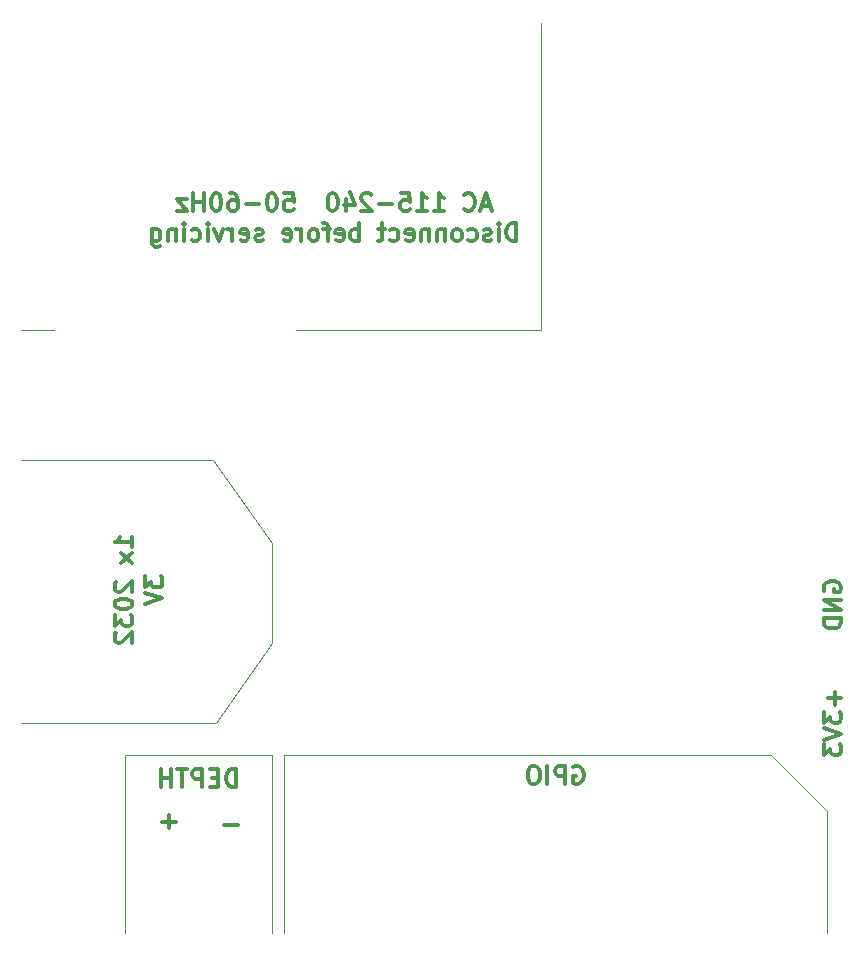
<source format=gbr>
%TF.GenerationSoftware,KiCad,Pcbnew,(5.1.6)-1*%
%TF.CreationDate,2021-11-18T16:20:29-08:00*%
%TF.ProjectId,well-monitor,77656c6c-2d6d-46f6-9e69-746f722e6b69,rev?*%
%TF.SameCoordinates,Original*%
%TF.FileFunction,Legend,Bot*%
%TF.FilePolarity,Positive*%
%FSLAX46Y46*%
G04 Gerber Fmt 4.6, Leading zero omitted, Abs format (unit mm)*
G04 Created by KiCad (PCBNEW (5.1.6)-1) date 2021-11-18 16:20:29*
%MOMM*%
%LPD*%
G01*
G04 APERTURE LIST*
%ADD10C,0.300000*%
%ADD11C,0.120000*%
G04 APERTURE END LIST*
D10*
X104403571Y-88392857D02*
X104403571Y-87535714D01*
X104403571Y-87964285D02*
X102903571Y-87964285D01*
X103117857Y-87821428D01*
X103260714Y-87678571D01*
X103332142Y-87535714D01*
X104403571Y-88892857D02*
X103403571Y-89678571D01*
X103403571Y-88892857D02*
X104403571Y-89678571D01*
X103046428Y-91321428D02*
X102975000Y-91392857D01*
X102903571Y-91535714D01*
X102903571Y-91892857D01*
X102975000Y-92035714D01*
X103046428Y-92107142D01*
X103189285Y-92178571D01*
X103332142Y-92178571D01*
X103546428Y-92107142D01*
X104403571Y-91250000D01*
X104403571Y-92178571D01*
X102903571Y-93107142D02*
X102903571Y-93250000D01*
X102975000Y-93392857D01*
X103046428Y-93464285D01*
X103189285Y-93535714D01*
X103475000Y-93607142D01*
X103832142Y-93607142D01*
X104117857Y-93535714D01*
X104260714Y-93464285D01*
X104332142Y-93392857D01*
X104403571Y-93250000D01*
X104403571Y-93107142D01*
X104332142Y-92964285D01*
X104260714Y-92892857D01*
X104117857Y-92821428D01*
X103832142Y-92750000D01*
X103475000Y-92750000D01*
X103189285Y-92821428D01*
X103046428Y-92892857D01*
X102975000Y-92964285D01*
X102903571Y-93107142D01*
X102903571Y-94107142D02*
X102903571Y-95035714D01*
X103475000Y-94535714D01*
X103475000Y-94750000D01*
X103546428Y-94892857D01*
X103617857Y-94964285D01*
X103760714Y-95035714D01*
X104117857Y-95035714D01*
X104260714Y-94964285D01*
X104332142Y-94892857D01*
X104403571Y-94750000D01*
X104403571Y-94321428D01*
X104332142Y-94178571D01*
X104260714Y-94107142D01*
X103046428Y-95607142D02*
X102975000Y-95678571D01*
X102903571Y-95821428D01*
X102903571Y-96178571D01*
X102975000Y-96321428D01*
X103046428Y-96392857D01*
X103189285Y-96464285D01*
X103332142Y-96464285D01*
X103546428Y-96392857D01*
X104403571Y-95535714D01*
X104403571Y-96464285D01*
X105453571Y-90857142D02*
X105453571Y-91785714D01*
X106025000Y-91285714D01*
X106025000Y-91500000D01*
X106096428Y-91642857D01*
X106167857Y-91714285D01*
X106310714Y-91785714D01*
X106667857Y-91785714D01*
X106810714Y-91714285D01*
X106882142Y-91642857D01*
X106953571Y-91500000D01*
X106953571Y-91071428D01*
X106882142Y-90928571D01*
X106810714Y-90857142D01*
X105453571Y-92214285D02*
X106953571Y-92714285D01*
X105453571Y-93214285D01*
D11*
X111500000Y-103250000D02*
X95000000Y-103250000D01*
X116250000Y-96500000D02*
X111500000Y-103250000D01*
X116250000Y-88000000D02*
X116250000Y-96500000D01*
X111250000Y-81000000D02*
X116250000Y-88000000D01*
X95000000Y-81000000D02*
X111250000Y-81000000D01*
D10*
X163000000Y-92107142D02*
X162928571Y-91964285D01*
X162928571Y-91750000D01*
X163000000Y-91535714D01*
X163142857Y-91392857D01*
X163285714Y-91321428D01*
X163571428Y-91250000D01*
X163785714Y-91250000D01*
X164071428Y-91321428D01*
X164214285Y-91392857D01*
X164357142Y-91535714D01*
X164428571Y-91750000D01*
X164428571Y-91892857D01*
X164357142Y-92107142D01*
X164285714Y-92178571D01*
X163785714Y-92178571D01*
X163785714Y-91892857D01*
X164428571Y-92821428D02*
X162928571Y-92821428D01*
X164428571Y-93678571D01*
X162928571Y-93678571D01*
X164428571Y-94392857D02*
X162928571Y-94392857D01*
X162928571Y-94750000D01*
X163000000Y-94964285D01*
X163142857Y-95107142D01*
X163285714Y-95178571D01*
X163571428Y-95250000D01*
X163785714Y-95250000D01*
X164071428Y-95178571D01*
X164214285Y-95107142D01*
X164357142Y-94964285D01*
X164428571Y-94750000D01*
X164428571Y-94392857D01*
X163857142Y-100607142D02*
X163857142Y-101750000D01*
X164428571Y-101178571D02*
X163285714Y-101178571D01*
X162928571Y-102321428D02*
X162928571Y-103250000D01*
X163500000Y-102750000D01*
X163500000Y-102964285D01*
X163571428Y-103107142D01*
X163642857Y-103178571D01*
X163785714Y-103250000D01*
X164142857Y-103250000D01*
X164285714Y-103178571D01*
X164357142Y-103107142D01*
X164428571Y-102964285D01*
X164428571Y-102535714D01*
X164357142Y-102392857D01*
X164285714Y-102321428D01*
X162928571Y-103678571D02*
X164428571Y-104178571D01*
X162928571Y-104678571D01*
X162928571Y-105035714D02*
X162928571Y-105964285D01*
X163500000Y-105464285D01*
X163500000Y-105678571D01*
X163571428Y-105821428D01*
X163642857Y-105892857D01*
X163785714Y-105964285D01*
X164142857Y-105964285D01*
X164285714Y-105892857D01*
X164357142Y-105821428D01*
X164428571Y-105678571D01*
X164428571Y-105250000D01*
X164357142Y-105107142D01*
X164285714Y-105035714D01*
D11*
X158500000Y-106000000D02*
X163250000Y-110750000D01*
X117250000Y-106000000D02*
X158500000Y-106000000D01*
X163250000Y-121000000D02*
X163250000Y-110750000D01*
X117250000Y-121000000D02*
X117250000Y-106000000D01*
D10*
X141750000Y-107000000D02*
X141892857Y-106928571D01*
X142107142Y-106928571D01*
X142321428Y-107000000D01*
X142464285Y-107142857D01*
X142535714Y-107285714D01*
X142607142Y-107571428D01*
X142607142Y-107785714D01*
X142535714Y-108071428D01*
X142464285Y-108214285D01*
X142321428Y-108357142D01*
X142107142Y-108428571D01*
X141964285Y-108428571D01*
X141750000Y-108357142D01*
X141678571Y-108285714D01*
X141678571Y-107785714D01*
X141964285Y-107785714D01*
X141035714Y-108428571D02*
X141035714Y-106928571D01*
X140464285Y-106928571D01*
X140321428Y-107000000D01*
X140250000Y-107071428D01*
X140178571Y-107214285D01*
X140178571Y-107428571D01*
X140250000Y-107571428D01*
X140321428Y-107642857D01*
X140464285Y-107714285D01*
X141035714Y-107714285D01*
X139535714Y-108428571D02*
X139535714Y-106928571D01*
X138535714Y-106928571D02*
X138250000Y-106928571D01*
X138107142Y-107000000D01*
X137964285Y-107142857D01*
X137892857Y-107428571D01*
X137892857Y-107928571D01*
X137964285Y-108214285D01*
X138107142Y-108357142D01*
X138250000Y-108428571D01*
X138535714Y-108428571D01*
X138678571Y-108357142D01*
X138821428Y-108214285D01*
X138892857Y-107928571D01*
X138892857Y-107428571D01*
X138821428Y-107142857D01*
X138678571Y-107000000D01*
X138535714Y-106928571D01*
D11*
X103750000Y-106000000D02*
X103750000Y-121000000D01*
X116250000Y-106000000D02*
X103750000Y-106000000D01*
X116250000Y-121000000D02*
X116250000Y-106000000D01*
D10*
X113321428Y-111857142D02*
X112178571Y-111857142D01*
X108071428Y-111607142D02*
X106928571Y-111607142D01*
X107500000Y-112178571D02*
X107500000Y-111035714D01*
X113178571Y-108678571D02*
X113178571Y-107178571D01*
X112821428Y-107178571D01*
X112607142Y-107250000D01*
X112464285Y-107392857D01*
X112392857Y-107535714D01*
X112321428Y-107821428D01*
X112321428Y-108035714D01*
X112392857Y-108321428D01*
X112464285Y-108464285D01*
X112607142Y-108607142D01*
X112821428Y-108678571D01*
X113178571Y-108678571D01*
X111678571Y-107892857D02*
X111178571Y-107892857D01*
X110964285Y-108678571D02*
X111678571Y-108678571D01*
X111678571Y-107178571D01*
X110964285Y-107178571D01*
X110321428Y-108678571D02*
X110321428Y-107178571D01*
X109750000Y-107178571D01*
X109607142Y-107250000D01*
X109535714Y-107321428D01*
X109464285Y-107464285D01*
X109464285Y-107678571D01*
X109535714Y-107821428D01*
X109607142Y-107892857D01*
X109750000Y-107964285D01*
X110321428Y-107964285D01*
X109035714Y-107178571D02*
X108178571Y-107178571D01*
X108607142Y-108678571D02*
X108607142Y-107178571D01*
X107678571Y-108678571D02*
X107678571Y-107178571D01*
X107678571Y-107892857D02*
X106821428Y-107892857D01*
X106821428Y-108678571D02*
X106821428Y-107178571D01*
D11*
X139000000Y-70000000D02*
X139000000Y-44000000D01*
X118250000Y-70000000D02*
X139000000Y-70000000D01*
X95000000Y-70000000D02*
X97750000Y-70000000D01*
D10*
X134714285Y-59475000D02*
X134000000Y-59475000D01*
X134857142Y-59903571D02*
X134357142Y-58403571D01*
X133857142Y-59903571D01*
X132500000Y-59760714D02*
X132571428Y-59832142D01*
X132785714Y-59903571D01*
X132928571Y-59903571D01*
X133142857Y-59832142D01*
X133285714Y-59689285D01*
X133357142Y-59546428D01*
X133428571Y-59260714D01*
X133428571Y-59046428D01*
X133357142Y-58760714D01*
X133285714Y-58617857D01*
X133142857Y-58475000D01*
X132928571Y-58403571D01*
X132785714Y-58403571D01*
X132571428Y-58475000D01*
X132500000Y-58546428D01*
X129928571Y-59903571D02*
X130785714Y-59903571D01*
X130357142Y-59903571D02*
X130357142Y-58403571D01*
X130500000Y-58617857D01*
X130642857Y-58760714D01*
X130785714Y-58832142D01*
X128500000Y-59903571D02*
X129357142Y-59903571D01*
X128928571Y-59903571D02*
X128928571Y-58403571D01*
X129071428Y-58617857D01*
X129214285Y-58760714D01*
X129357142Y-58832142D01*
X127142857Y-58403571D02*
X127857142Y-58403571D01*
X127928571Y-59117857D01*
X127857142Y-59046428D01*
X127714285Y-58975000D01*
X127357142Y-58975000D01*
X127214285Y-59046428D01*
X127142857Y-59117857D01*
X127071428Y-59260714D01*
X127071428Y-59617857D01*
X127142857Y-59760714D01*
X127214285Y-59832142D01*
X127357142Y-59903571D01*
X127714285Y-59903571D01*
X127857142Y-59832142D01*
X127928571Y-59760714D01*
X126428571Y-59332142D02*
X125285714Y-59332142D01*
X124642857Y-58546428D02*
X124571428Y-58475000D01*
X124428571Y-58403571D01*
X124071428Y-58403571D01*
X123928571Y-58475000D01*
X123857142Y-58546428D01*
X123785714Y-58689285D01*
X123785714Y-58832142D01*
X123857142Y-59046428D01*
X124714285Y-59903571D01*
X123785714Y-59903571D01*
X122500000Y-58903571D02*
X122500000Y-59903571D01*
X122857142Y-58332142D02*
X123214285Y-59403571D01*
X122285714Y-59403571D01*
X121428571Y-58403571D02*
X121285714Y-58403571D01*
X121142857Y-58475000D01*
X121071428Y-58546428D01*
X121000000Y-58689285D01*
X120928571Y-58975000D01*
X120928571Y-59332142D01*
X121000000Y-59617857D01*
X121071428Y-59760714D01*
X121142857Y-59832142D01*
X121285714Y-59903571D01*
X121428571Y-59903571D01*
X121571428Y-59832142D01*
X121642857Y-59760714D01*
X121714285Y-59617857D01*
X121785714Y-59332142D01*
X121785714Y-58975000D01*
X121714285Y-58689285D01*
X121642857Y-58546428D01*
X121571428Y-58475000D01*
X121428571Y-58403571D01*
X117285714Y-58403571D02*
X118000000Y-58403571D01*
X118071428Y-59117857D01*
X118000000Y-59046428D01*
X117857142Y-58975000D01*
X117500000Y-58975000D01*
X117357142Y-59046428D01*
X117285714Y-59117857D01*
X117214285Y-59260714D01*
X117214285Y-59617857D01*
X117285714Y-59760714D01*
X117357142Y-59832142D01*
X117500000Y-59903571D01*
X117857142Y-59903571D01*
X118000000Y-59832142D01*
X118071428Y-59760714D01*
X116285714Y-58403571D02*
X116142857Y-58403571D01*
X116000000Y-58475000D01*
X115928571Y-58546428D01*
X115857142Y-58689285D01*
X115785714Y-58975000D01*
X115785714Y-59332142D01*
X115857142Y-59617857D01*
X115928571Y-59760714D01*
X116000000Y-59832142D01*
X116142857Y-59903571D01*
X116285714Y-59903571D01*
X116428571Y-59832142D01*
X116500000Y-59760714D01*
X116571428Y-59617857D01*
X116642857Y-59332142D01*
X116642857Y-58975000D01*
X116571428Y-58689285D01*
X116500000Y-58546428D01*
X116428571Y-58475000D01*
X116285714Y-58403571D01*
X115142857Y-59332142D02*
X114000000Y-59332142D01*
X112642857Y-58403571D02*
X112928571Y-58403571D01*
X113071428Y-58475000D01*
X113142857Y-58546428D01*
X113285714Y-58760714D01*
X113357142Y-59046428D01*
X113357142Y-59617857D01*
X113285714Y-59760714D01*
X113214285Y-59832142D01*
X113071428Y-59903571D01*
X112785714Y-59903571D01*
X112642857Y-59832142D01*
X112571428Y-59760714D01*
X112500000Y-59617857D01*
X112500000Y-59260714D01*
X112571428Y-59117857D01*
X112642857Y-59046428D01*
X112785714Y-58975000D01*
X113071428Y-58975000D01*
X113214285Y-59046428D01*
X113285714Y-59117857D01*
X113357142Y-59260714D01*
X111571428Y-58403571D02*
X111428571Y-58403571D01*
X111285714Y-58475000D01*
X111214285Y-58546428D01*
X111142857Y-58689285D01*
X111071428Y-58975000D01*
X111071428Y-59332142D01*
X111142857Y-59617857D01*
X111214285Y-59760714D01*
X111285714Y-59832142D01*
X111428571Y-59903571D01*
X111571428Y-59903571D01*
X111714285Y-59832142D01*
X111785714Y-59760714D01*
X111857142Y-59617857D01*
X111928571Y-59332142D01*
X111928571Y-58975000D01*
X111857142Y-58689285D01*
X111785714Y-58546428D01*
X111714285Y-58475000D01*
X111571428Y-58403571D01*
X110428571Y-59903571D02*
X110428571Y-58403571D01*
X110428571Y-59117857D02*
X109571428Y-59117857D01*
X109571428Y-59903571D02*
X109571428Y-58403571D01*
X109000000Y-58903571D02*
X108214285Y-58903571D01*
X109000000Y-59903571D01*
X108214285Y-59903571D01*
X136928571Y-62453571D02*
X136928571Y-60953571D01*
X136571428Y-60953571D01*
X136357142Y-61025000D01*
X136214285Y-61167857D01*
X136142857Y-61310714D01*
X136071428Y-61596428D01*
X136071428Y-61810714D01*
X136142857Y-62096428D01*
X136214285Y-62239285D01*
X136357142Y-62382142D01*
X136571428Y-62453571D01*
X136928571Y-62453571D01*
X135428571Y-62453571D02*
X135428571Y-61453571D01*
X135428571Y-60953571D02*
X135500000Y-61025000D01*
X135428571Y-61096428D01*
X135357142Y-61025000D01*
X135428571Y-60953571D01*
X135428571Y-61096428D01*
X134785714Y-62382142D02*
X134642857Y-62453571D01*
X134357142Y-62453571D01*
X134214285Y-62382142D01*
X134142857Y-62239285D01*
X134142857Y-62167857D01*
X134214285Y-62025000D01*
X134357142Y-61953571D01*
X134571428Y-61953571D01*
X134714285Y-61882142D01*
X134785714Y-61739285D01*
X134785714Y-61667857D01*
X134714285Y-61525000D01*
X134571428Y-61453571D01*
X134357142Y-61453571D01*
X134214285Y-61525000D01*
X132857142Y-62382142D02*
X133000000Y-62453571D01*
X133285714Y-62453571D01*
X133428571Y-62382142D01*
X133500000Y-62310714D01*
X133571428Y-62167857D01*
X133571428Y-61739285D01*
X133500000Y-61596428D01*
X133428571Y-61525000D01*
X133285714Y-61453571D01*
X133000000Y-61453571D01*
X132857142Y-61525000D01*
X132000000Y-62453571D02*
X132142857Y-62382142D01*
X132214285Y-62310714D01*
X132285714Y-62167857D01*
X132285714Y-61739285D01*
X132214285Y-61596428D01*
X132142857Y-61525000D01*
X132000000Y-61453571D01*
X131785714Y-61453571D01*
X131642857Y-61525000D01*
X131571428Y-61596428D01*
X131500000Y-61739285D01*
X131500000Y-62167857D01*
X131571428Y-62310714D01*
X131642857Y-62382142D01*
X131785714Y-62453571D01*
X132000000Y-62453571D01*
X130857142Y-61453571D02*
X130857142Y-62453571D01*
X130857142Y-61596428D02*
X130785714Y-61525000D01*
X130642857Y-61453571D01*
X130428571Y-61453571D01*
X130285714Y-61525000D01*
X130214285Y-61667857D01*
X130214285Y-62453571D01*
X129500000Y-61453571D02*
X129500000Y-62453571D01*
X129500000Y-61596428D02*
X129428571Y-61525000D01*
X129285714Y-61453571D01*
X129071428Y-61453571D01*
X128928571Y-61525000D01*
X128857142Y-61667857D01*
X128857142Y-62453571D01*
X127571428Y-62382142D02*
X127714285Y-62453571D01*
X128000000Y-62453571D01*
X128142857Y-62382142D01*
X128214285Y-62239285D01*
X128214285Y-61667857D01*
X128142857Y-61525000D01*
X128000000Y-61453571D01*
X127714285Y-61453571D01*
X127571428Y-61525000D01*
X127500000Y-61667857D01*
X127500000Y-61810714D01*
X128214285Y-61953571D01*
X126214285Y-62382142D02*
X126357142Y-62453571D01*
X126642857Y-62453571D01*
X126785714Y-62382142D01*
X126857142Y-62310714D01*
X126928571Y-62167857D01*
X126928571Y-61739285D01*
X126857142Y-61596428D01*
X126785714Y-61525000D01*
X126642857Y-61453571D01*
X126357142Y-61453571D01*
X126214285Y-61525000D01*
X125785714Y-61453571D02*
X125214285Y-61453571D01*
X125571428Y-60953571D02*
X125571428Y-62239285D01*
X125500000Y-62382142D01*
X125357142Y-62453571D01*
X125214285Y-62453571D01*
X123571428Y-62453571D02*
X123571428Y-60953571D01*
X123571428Y-61525000D02*
X123428571Y-61453571D01*
X123142857Y-61453571D01*
X123000000Y-61525000D01*
X122928571Y-61596428D01*
X122857142Y-61739285D01*
X122857142Y-62167857D01*
X122928571Y-62310714D01*
X123000000Y-62382142D01*
X123142857Y-62453571D01*
X123428571Y-62453571D01*
X123571428Y-62382142D01*
X121642857Y-62382142D02*
X121785714Y-62453571D01*
X122071428Y-62453571D01*
X122214285Y-62382142D01*
X122285714Y-62239285D01*
X122285714Y-61667857D01*
X122214285Y-61525000D01*
X122071428Y-61453571D01*
X121785714Y-61453571D01*
X121642857Y-61525000D01*
X121571428Y-61667857D01*
X121571428Y-61810714D01*
X122285714Y-61953571D01*
X121142857Y-61453571D02*
X120571428Y-61453571D01*
X120928571Y-62453571D02*
X120928571Y-61167857D01*
X120857142Y-61025000D01*
X120714285Y-60953571D01*
X120571428Y-60953571D01*
X119857142Y-62453571D02*
X120000000Y-62382142D01*
X120071428Y-62310714D01*
X120142857Y-62167857D01*
X120142857Y-61739285D01*
X120071428Y-61596428D01*
X120000000Y-61525000D01*
X119857142Y-61453571D01*
X119642857Y-61453571D01*
X119500000Y-61525000D01*
X119428571Y-61596428D01*
X119357142Y-61739285D01*
X119357142Y-62167857D01*
X119428571Y-62310714D01*
X119500000Y-62382142D01*
X119642857Y-62453571D01*
X119857142Y-62453571D01*
X118714285Y-62453571D02*
X118714285Y-61453571D01*
X118714285Y-61739285D02*
X118642857Y-61596428D01*
X118571428Y-61525000D01*
X118428571Y-61453571D01*
X118285714Y-61453571D01*
X117214285Y-62382142D02*
X117357142Y-62453571D01*
X117642857Y-62453571D01*
X117785714Y-62382142D01*
X117857142Y-62239285D01*
X117857142Y-61667857D01*
X117785714Y-61525000D01*
X117642857Y-61453571D01*
X117357142Y-61453571D01*
X117214285Y-61525000D01*
X117142857Y-61667857D01*
X117142857Y-61810714D01*
X117857142Y-61953571D01*
X115428571Y-62382142D02*
X115285714Y-62453571D01*
X115000000Y-62453571D01*
X114857142Y-62382142D01*
X114785714Y-62239285D01*
X114785714Y-62167857D01*
X114857142Y-62025000D01*
X115000000Y-61953571D01*
X115214285Y-61953571D01*
X115357142Y-61882142D01*
X115428571Y-61739285D01*
X115428571Y-61667857D01*
X115357142Y-61525000D01*
X115214285Y-61453571D01*
X115000000Y-61453571D01*
X114857142Y-61525000D01*
X113571428Y-62382142D02*
X113714285Y-62453571D01*
X114000000Y-62453571D01*
X114142857Y-62382142D01*
X114214285Y-62239285D01*
X114214285Y-61667857D01*
X114142857Y-61525000D01*
X114000000Y-61453571D01*
X113714285Y-61453571D01*
X113571428Y-61525000D01*
X113500000Y-61667857D01*
X113500000Y-61810714D01*
X114214285Y-61953571D01*
X112857142Y-62453571D02*
X112857142Y-61453571D01*
X112857142Y-61739285D02*
X112785714Y-61596428D01*
X112714285Y-61525000D01*
X112571428Y-61453571D01*
X112428571Y-61453571D01*
X112071428Y-61453571D02*
X111714285Y-62453571D01*
X111357142Y-61453571D01*
X110785714Y-62453571D02*
X110785714Y-61453571D01*
X110785714Y-60953571D02*
X110857142Y-61025000D01*
X110785714Y-61096428D01*
X110714285Y-61025000D01*
X110785714Y-60953571D01*
X110785714Y-61096428D01*
X109428571Y-62382142D02*
X109571428Y-62453571D01*
X109857142Y-62453571D01*
X110000000Y-62382142D01*
X110071428Y-62310714D01*
X110142857Y-62167857D01*
X110142857Y-61739285D01*
X110071428Y-61596428D01*
X110000000Y-61525000D01*
X109857142Y-61453571D01*
X109571428Y-61453571D01*
X109428571Y-61525000D01*
X108785714Y-62453571D02*
X108785714Y-61453571D01*
X108785714Y-60953571D02*
X108857142Y-61025000D01*
X108785714Y-61096428D01*
X108714285Y-61025000D01*
X108785714Y-60953571D01*
X108785714Y-61096428D01*
X108071428Y-61453571D02*
X108071428Y-62453571D01*
X108071428Y-61596428D02*
X108000000Y-61525000D01*
X107857142Y-61453571D01*
X107642857Y-61453571D01*
X107500000Y-61525000D01*
X107428571Y-61667857D01*
X107428571Y-62453571D01*
X106071428Y-61453571D02*
X106071428Y-62667857D01*
X106142857Y-62810714D01*
X106214285Y-62882142D01*
X106357142Y-62953571D01*
X106571428Y-62953571D01*
X106714285Y-62882142D01*
X106071428Y-62382142D02*
X106214285Y-62453571D01*
X106500000Y-62453571D01*
X106642857Y-62382142D01*
X106714285Y-62310714D01*
X106785714Y-62167857D01*
X106785714Y-61739285D01*
X106714285Y-61596428D01*
X106642857Y-61525000D01*
X106500000Y-61453571D01*
X106214285Y-61453571D01*
X106071428Y-61525000D01*
M02*

</source>
